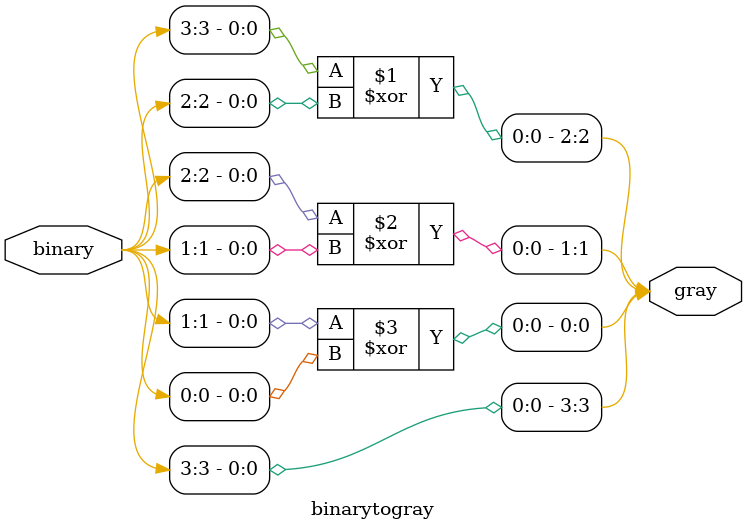
<source format=sv>
module binarytogray(input logic [3:0] binary, output logic [3:0] gray);
	assign gray[3] = binary[3];
	assign gray[2] = binary[3] ^ binary[2];
	assign gray[1] = binary[2] ^ binary[1];
	assign gray[0] = binary[1] ^ binary[0];
endmodule

</source>
